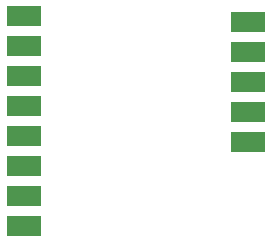
<source format=gbr>
%TF.GenerationSoftware,KiCad,Pcbnew,8.0.6*%
%TF.CreationDate,2024-12-05T18:18:12-05:00*%
%TF.ProjectId,wyt-dongle,7779742d-646f-46e6-976c-652e6b696361,rev?*%
%TF.SameCoordinates,Original*%
%TF.FileFunction,Paste,Bot*%
%TF.FilePolarity,Positive*%
%FSLAX46Y46*%
G04 Gerber Fmt 4.6, Leading zero omitted, Abs format (unit mm)*
G04 Created by KiCad (PCBNEW 8.0.6) date 2024-12-05 18:18:12*
%MOMM*%
%LPD*%
G01*
G04 APERTURE LIST*
%ADD10R,3.000000X1.750000*%
G04 APERTURE END LIST*
D10*
%TO.C,J4*%
X2050000Y-19160000D03*
X2050000Y-16630000D03*
X2050000Y-14070000D03*
X2050000Y-11530000D03*
X2050000Y-8990000D03*
X2050000Y-6450000D03*
X2050000Y-3910000D03*
X2050000Y-1380000D03*
%TD*%
%TO.C,J2*%
X21000000Y-12080000D03*
X21000000Y-9540000D03*
X21000000Y-7000000D03*
X21000000Y-4460000D03*
X21000000Y-1920000D03*
%TD*%
M02*

</source>
